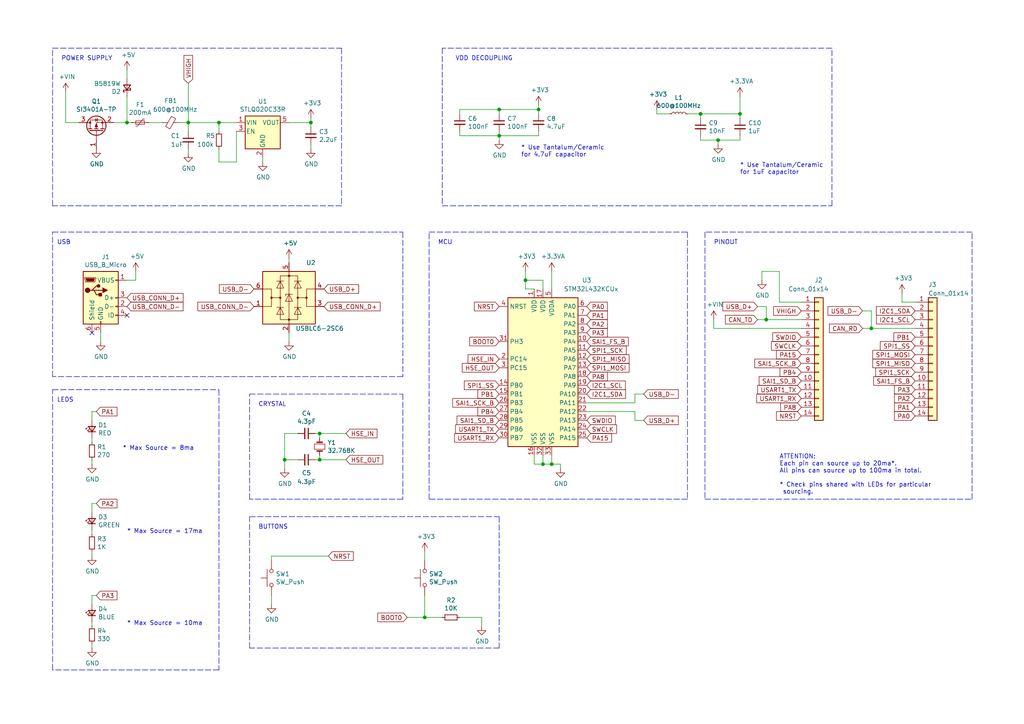
<source format=kicad_sch>
(kicad_sch (version 20211123) (generator eeschema)
  (paper "A4")
  (title_block (title "Seraph L4") (date "2021-02-04") (rev "1.0") (company "MATERIAM") (comment 1 "Breakout board for STM32L432KC"))
  (lib_symbols
    (symbol "Connector:USB_B_Micro" (pin_names (offset 1.016))
      (property "Reference" "J" (at -5.08 11.43 0))
      (property "Value" "USB_B_Micro" (at -5.08 8.89 0))
      (symbol "USB_B_Micro_0_1"
        (rectangle (start -5.08 -7.62) (end 5.08 7.62) (stroke (width 0.254)) (fill (type background)))
        (circle (center -3.81 2.159) (radius 0.635) (stroke (width 0.254)) (fill (type outline)))
        (circle (center -0.635 3.429) (radius 0.381) (stroke (width 0.254)) (fill (type outline)))
        (rectangle (start -0.127 -7.62) (end 0.127 -6.858))
        (polyline (pts (xy -1.905 2.159) (xy 0.635 2.159)) (stroke (width 0.254)))
        (polyline (pts (xy -3.175 2.159) (xy -2.54 2.159) (xy -1.27 3.429) (xy -0.635 3.429)) (stroke (width 0.254)))
        (polyline (pts (xy -2.54 2.159) (xy -1.905 2.159) (xy -1.27 0.889) (xy 0 0.889)) (stroke (width 0.254)))
        (polyline (pts (xy 0.635 2.794) (xy 0.635 1.524) (xy 1.905 2.159) (xy 0.635 2.794)) (stroke (width 0.254)) (fill (type outline)))
        (polyline (pts (xy -4.318 5.588) (xy -1.778 5.588) (xy -2.032 4.826) (xy -4.064 4.826) (xy -4.318 5.588)) (fill (type outline)))
        (polyline (pts (xy -4.699 5.842) (xy -4.699 5.588) (xy -4.445 4.826) (xy -4.445 4.572) (xy -1.651 4.572) (xy -1.651 4.826) (xy -1.397 5.588) (xy -1.397 5.842) (xy -4.699 5.842)))
        (rectangle (start 0.254 1.27) (end -0.508 0.508) (stroke (width 0.254)) (fill (type outline)))
        (rectangle (start 5.08 -5.207) (end 4.318 -4.953))
        (rectangle (start 5.08 -2.667) (end 4.318 -2.413))
        (rectangle (start 5.08 -0.127) (end 4.318 0.127))
        (rectangle (start 5.08 4.953) (end 4.318 5.207))
      )
      (symbol "USB_B_Micro_1_1"
        (pin power_out line (at 7.62 5.08 180) (length 2.54) (name "VBUS") (number "1"))
        (pin bidirectional line (at 7.62 -2.54 180) (length 2.54) (name "D-") (number "2"))
        (pin bidirectional line (at 7.62 0 180) (length 2.54) (name "D+") (number "3"))
        (pin passive line (at 7.62 -5.08 180) (length 2.54) (name "ID") (number "4"))
        (pin power_out line (at 0 -10.16 90) (length 2.54) (name "GND") (number "5"))
        (pin passive line (at -2.54 -10.16 90) (length 2.54) (name "Shield") (number "6"))
      )
    )
    (symbol "Connector_Generic:Conn_01x14" (pin_names (offset 1.016) hide)
      (property "Reference" "J" (at 0 17.78 0))
      (property "Value" "Conn_01x14" (at 0 -20.32 0))
      (symbol "Conn_01x14_1_1"
        (rectangle (start -1.27 -17.653) (end 0 -17.907) (stroke (width 0.1524)))
        (rectangle (start -1.27 -15.113) (end 0 -15.367) (stroke (width 0.1524)))
        (rectangle (start -1.27 -12.573) (end 0 -12.827) (stroke (width 0.1524)))
        (rectangle (start -1.27 -10.033) (end 0 -10.287) (stroke (width 0.1524)))
        (rectangle (start -1.27 -7.493) (end 0 -7.747) (stroke (width 0.1524)))
        (rectangle (start -1.27 -4.953) (end 0 -5.207) (stroke (width 0.1524)))
        (rectangle (start -1.27 -2.413) (end 0 -2.667) (stroke (width 0.1524)))
        (rectangle (start -1.27 0.127) (end 0 -0.127) (stroke (width 0.1524)))
        (rectangle (start -1.27 2.667) (end 0 2.413) (stroke (width 0.1524)))
        (rectangle (start -1.27 5.207) (end 0 4.953) (stroke (width 0.1524)))
        (rectangle (start -1.27 7.747) (end 0 7.493) (stroke (width 0.1524)))
        (rectangle (start -1.27 10.287) (end 0 10.033) (stroke (width 0.1524)))
        (rectangle (start -1.27 12.827) (end 0 12.573) (stroke (width 0.1524)))
        (rectangle (start -1.27 15.367) (end 0 15.113) (stroke (width 0.1524)))
        (rectangle (start -1.27 16.51) (end 1.27 -19.05) (stroke (width 0.254)) (fill (type background)))
        (pin passive line (at -5.08 15.24 0) (length 3.81) (name "Pin_1") (number "1"))
        (pin passive line (at -5.08 -7.62 0) (length 3.81) (name "Pin_10") (number "10"))
        (pin passive line (at -5.08 -10.16 0) (length 3.81) (name "Pin_11") (number "11"))
        (pin passive line (at -5.08 -12.7 0) (length 3.81) (name "Pin_12") (number "12"))
        (pin passive line (at -5.08 -15.24 0) (length 3.81) (name "Pin_13") (number "13"))
        (pin passive line (at -5.08 -17.78 0) (length 3.81) (name "Pin_14") (number "14"))
        (pin passive line (at -5.08 12.7 0) (length 3.81) (name "Pin_2") (number "2"))
        (pin passive line (at -5.08 10.16 0) (length 3.81) (name "Pin_3") (number "3"))
        (pin passive line (at -5.08 7.62 0) (length 3.81) (name "Pin_4") (number "4"))
        (pin passive line (at -5.08 5.08 0) (length 3.81) (name "Pin_5") (number "5"))
        (pin passive line (at -5.08 2.54 0) (length 3.81) (name "Pin_6") (number "6"))
        (pin passive line (at -5.08 0 0) (length 3.81) (name "Pin_7") (number "7"))
        (pin passive line (at -5.08 -2.54 0) (length 3.81) (name "Pin_8") (number "8"))
        (pin passive line (at -5.08 -5.08 0) (length 3.81) (name "Pin_9") (number "9"))
      )
    )
    (symbol "Device:C_Small" (pin_numbers hide) (pin_names (offset 0.254) hide)
      (property "Reference" "C" (at 0.254 1.778 0))
      (property "Value" "C_Small" (at 0.254 -2.032 0))
      (symbol "C_Small_0_1"
        (polyline (pts (xy -1.524 -0.508) (xy 1.524 -0.508)) (stroke (width 0.3302)))
        (polyline (pts (xy -1.524 0.508) (xy 1.524 0.508)) (stroke (width 0.3048)))
      )
      (symbol "C_Small_1_1"
        (pin passive line (at 0 2.54 270) (length 2.032) (name "~") (number "1"))
        (pin passive line (at 0 -2.54 90) (length 2.032) (name "~") (number "2"))
      )
    )
    (symbol "Device:Crystal_Small" (pin_numbers hide) (pin_names (offset 1.016) hide)
      (property "Reference" "Y" (at 0 2.54 0))
      (property "Value" "Crystal_Small" (at 0 -2.54 0))
      (symbol "Crystal_Small_0_1"
        (rectangle (start -0.762 -1.524) (end 0.762 1.524))
        (polyline (pts (xy -1.27 -0.762) (xy -1.27 0.762)) (stroke (width 0.381)))
        (polyline (pts (xy 1.27 -0.762) (xy 1.27 0.762)) (stroke (width 0.381)))
      )
      (symbol "Crystal_Small_1_1"
        (pin passive line (at -2.54 0 0) (length 1.27) (name "1") (number "1"))
        (pin passive line (at 2.54 0 180) (length 1.27) (name "2") (number "2"))
      )
    )
    (symbol "Device:D_Schottky_Small" (pin_numbers hide) (pin_names (offset 0.254) hide)
      (property "Reference" "D" (at -1.27 2.032 0))
      (property "Value" "D_Schottky_Small" (at -7.112 -2.032 0))
      (symbol "D_Schottky_Small_0_1"
        (polyline (pts (xy -0.762 0) (xy 0.762 0)))
        (polyline (pts (xy 0.762 -1.016) (xy -0.762 0) (xy 0.762 1.016) (xy 0.762 -1.016)) (stroke (width 0.254)))
        (polyline (pts (xy -1.27 0.762) (xy -1.27 1.016) (xy -0.762 1.016) (xy -0.762 -1.016) (xy -0.254 -1.016) (xy -0.254 -0.762)) (stroke (width 0.254)))
      )
      (symbol "D_Schottky_Small_1_1"
        (pin passive line (at -2.54 0 0) (length 1.778) (name "K") (number "1"))
        (pin passive line (at 2.54 0 180) (length 1.778) (name "A") (number "2"))
      )
    )
    (symbol "Device:LED_Small" (pin_numbers hide) (pin_names (offset 0.254) hide)
      (property "Reference" "D" (at -1.27 3.175 0))
      (property "Value" "LED_Small" (at -4.445 -2.54 0))
      (symbol "LED_Small_0_1"
        (polyline (pts (xy -0.762 -1.016) (xy -0.762 1.016)) (stroke (width 0.254)))
        (polyline (pts (xy 1.016 0) (xy -0.762 0)))
        (polyline (pts (xy 0.762 -1.016) (xy -0.762 0) (xy 0.762 1.016) (xy 0.762 -1.016)) (stroke (width 0.254)))
        (polyline (pts (xy 0 0.762) (xy -0.508 1.27) (xy -0.254 1.27) (xy -0.508 1.27) (xy -0.508 1.016)))
        (polyline (pts (xy 0.508 1.27) (xy 0 1.778) (xy 0.254 1.778) (xy 0 1.778) (xy 0 1.524)))
      )
      (symbol "LED_Small_1_1"
        (pin passive line (at -2.54 0 0) (length 1.778) (name "K") (number "1"))
        (pin passive line (at 2.54 0 180) (length 1.778) (name "A") (number "2"))
      )
    )
    (symbol "Device:L_Small" (pin_numbers hide) (pin_names (offset 0.254) hide)
      (property "Reference" "L" (at 0.762 1.016 0))
      (property "Value" "L_Small" (at 0.762 -1.016 0))
      (symbol "L_Small_0_1"
        (arc (start 0 -2.032) (mid 0.508 -1.524) (end 0 -1.016))
        (arc (start 0 -1.016) (mid 0.508 -0.508) (end 0 0))
        (arc (start 0 0) (mid 0.508 0.508) (end 0 1.016))
        (arc (start 0 1.016) (mid 0.508 1.524) (end 0 2.032))
      )
      (symbol "L_Small_1_1"
        (pin passive line (at 0 2.54 270) (length 0.508) (name "~") (number "1"))
        (pin passive line (at 0 -2.54 90) (length 0.508) (name "~") (number "2"))
      )
    )
    (symbol "Device:Polyfuse_Small" (pin_numbers hide) (pin_names (offset 0))
      (property "Reference" "F" (at -1.905 0 90))
      (property "Value" "Polyfuse_Small" (at 1.905 0 90))
      (symbol "Polyfuse_Small_0_1"
        (rectangle (start -0.508 1.27) (end 0.508 -1.27))
        (polyline (pts (xy 0 2.54) (xy 0 -2.54)))
        (polyline (pts (xy -1.016 1.27) (xy -1.016 0.762) (xy 1.016 -0.762) (xy 1.016 -1.27)))
      )
      (symbol "Polyfuse_Small_1_1"
        (pin passive line (at 0 2.54 270) (length 0.635) (name "~") (number "1"))
        (pin passive line (at 0 -2.54 90) (length 0.635) (name "~") (number "2"))
      )
    )
    (symbol "Device:R_Small" (pin_numbers hide) (pin_names (offset 0.254) hide)
      (property "Reference" "R" (at 0.762 0.508 0))
      (property "Value" "R_Small" (at 0.762 -1.016 0))
      (symbol "R_Small_0_1"
        (rectangle (start -0.762 1.778) (end 0.762 -1.778) (stroke (width 0.2032)))
      )
      (symbol "R_Small_1_1"
        (pin passive line (at 0 2.54 270) (length 0.762) (name "~") (number "1"))
        (pin passive line (at 0 -2.54 90) (length 0.762) (name "~") (number "2"))
      )
    )
    (symbol "MCU_ST_STM32L4:STM32L432KCUx"
      (property "Reference" "U" (at -10.16 21.59 0))
      (property "Value" "STM32L432KCUx" (at 5.08 21.59 0))
      (symbol "STM32L432KCUx_0_1"
        (rectangle (start -10.16 -22.86) (end 10.16 20.32) (stroke (width 0.254)) (fill (type background)))
      )
      (symbol "STM32L432KCUx_1_1"
        (pin power_in line (at -2.54 22.86 270) (length 2.54) (name "VDD") (number "1"))
        (pin bidirectional line (at 12.7 7.62 180) (length 2.54) (name "PA4") (number "10"))
        (pin bidirectional line (at 12.7 5.08 180) (length 2.54) (name "PA5") (number "11"))
        (pin bidirectional line (at 12.7 2.54 180) (length 2.54) (name "PA6") (number "12"))
        (pin bidirectional line (at 12.7 0 180) (length 2.54) (name "PA7") (number "13"))
        (pin bidirectional line (at -12.7 -5.08 0) (length 2.54) (name "PB0") (number "14"))
        (pin bidirectional line (at -12.7 -7.62 0) (length 2.54) (name "PB1") (number "15"))
        (pin power_in line (at -2.54 -25.4 90) (length 2.54) (name "VSS") (number "16"))
        (pin power_in line (at 0 22.86 270) (length 2.54) (name "VDD") (number "17"))
        (pin bidirectional line (at 12.7 -2.54 180) (length 2.54) (name "PA8") (number "18"))
        (pin bidirectional line (at 12.7 -5.08 180) (length 2.54) (name "PA9") (number "19"))
        (pin bidirectional line (at -12.7 2.54 0) (length 2.54) (name "PC14") (number "2"))
        (pin bidirectional line (at 12.7 -7.62 180) (length 2.54) (name "PA10") (number "20"))
        (pin bidirectional line (at 12.7 -10.16 180) (length 2.54) (name "PA11") (number "21"))
        (pin bidirectional line (at 12.7 -12.7 180) (length 2.54) (name "PA12") (number "22"))
        (pin bidirectional line (at 12.7 -15.24 180) (length 2.54) (name "PA13") (number "23"))
        (pin bidirectional line (at 12.7 -17.78 180) (length 2.54) (name "PA14") (number "24"))
        (pin bidirectional line (at 12.7 -20.32 180) (length 2.54) (name "PA15") (number "25"))
        (pin bidirectional line (at -12.7 -10.16 0) (length 2.54) (name "PB3") (number "26"))
        (pin bidirectional line (at -12.7 -12.7 0) (length 2.54) (name "PB4") (number "27"))
        (pin bidirectional line (at -12.7 -15.24 0) (length 2.54) (name "PB5") (number "28"))
        (pin bidirectional line (at -12.7 -17.78 0) (length 2.54) (name "PB6") (number "29"))
        (pin bidirectional line (at -12.7 0 0) (length 2.54) (name "PC15") (number "3"))
        (pin bidirectional line (at -12.7 -20.32 0) (length 2.54) (name "PB7") (number "30"))
        (pin bidirectional line (at -12.7 7.62 0) (length 2.54) (name "PH3") (number "31"))
        (pin power_in line (at 0 -25.4 90) (length 2.54) (name "VSS") (number "32"))
        (pin power_in line (at 2.54 -25.4 90) (length 2.54) (name "VSS") (number "33"))
        (pin input line (at -12.7 17.78 0) (length 2.54) (name "NRST") (number "4"))
        (pin power_in line (at 2.54 22.86 270) (length 2.54) (name "VDDA") (number "5"))
        (pin bidirectional line (at 12.7 17.78 180) (length 2.54) (name "PA0") (number "6"))
        (pin bidirectional line (at 12.7 15.24 180) (length 2.54) (name "PA1") (number "7"))
        (pin bidirectional line (at 12.7 12.7 180) (length 2.54) (name "PA2") (number "8"))
        (pin bidirectional line (at 12.7 10.16 180) (length 2.54) (name "PA3") (number "9"))
      )
    )
    (symbol "Power_Protection:USBLC6-2SC6" (pin_names hide)
      (property "Reference" "U" (at 2.54 8.89 0))
      (property "Value" "USBLC6-2SC6" (at 2.54 -8.89 0))
      (symbol "USBLC6-2SC6_0_1"
        (rectangle (start -7.62 -7.62) (end 7.62 7.62) (stroke (width 0.254)) (fill (type background)))
        (circle (center -5.08 0) (radius 0.254) (fill (type outline)))
        (circle (center -2.54 0) (radius 0.254) (fill (type outline)))
        (rectangle (start -2.54 6.35) (end 2.54 -6.35))
        (circle (center 0 -6.35) (radius 0.254) (fill (type outline)))
        (polyline (pts (xy -5.08 -2.54) (xy -7.62 -2.54)))
        (polyline (pts (xy -5.08 0) (xy -5.08 -2.54)))
        (polyline (pts (xy -5.08 2.54) (xy -7.62 2.54)))
        (polyline (pts (xy -1.524 -2.794) (xy -3.556 -2.794)))
        (polyline (pts (xy -1.524 4.826) (xy -3.556 4.826)))
        (polyline (pts (xy 0 -7.62) (xy 0 -6.35)))
        (polyline (pts (xy 0 -6.35) (xy 0 1.27)))
        (polyline (pts (xy 0 1.27) (xy 0 6.35)))
        (polyline (pts (xy 0 6.35) (xy 0 7.62)))
        (polyline (pts (xy 1.524 -2.794) (xy 3.556 -2.794)))
        (polyline (pts (xy 1.524 4.826) (xy 3.556 4.826)))
        (polyline (pts (xy 5.08 -2.54) (xy 7.62 -2.54)))
        (polyline (pts (xy 5.08 0) (xy 5.08 -2.54)))
        (polyline (pts (xy 5.08 2.54) (xy 7.62 2.54)))
        (polyline (pts (xy -2.54 0) (xy -5.08 0) (xy -5.08 2.54)))
        (polyline (pts (xy 2.54 0) (xy 5.08 0) (xy 5.08 2.54)))
        (polyline (pts (xy -3.556 -4.826) (xy -1.524 -4.826) (xy -2.54 -2.794) (xy -3.556 -4.826)))
        (polyline (pts (xy -3.556 2.794) (xy -1.524 2.794) (xy -2.54 4.826) (xy -3.556 2.794)))
        (polyline (pts (xy -1.016 -1.016) (xy 1.016 -1.016) (xy 0 1.016) (xy -1.016 -1.016)))
        (polyline (pts (xy 1.016 1.016) (xy 0.762 1.016) (xy -1.016 1.016) (xy -1.016 0.508)))
        (polyline (pts (xy 3.556 -4.826) (xy 1.524 -4.826) (xy 2.54 -2.794) (xy 3.556 -4.826)))
        (polyline (pts (xy 3.556 2.794) (xy 1.524 2.794) (xy 2.54 4.826) (xy 3.556 2.794)))
        (circle (center 0 6.35) (radius 0.254) (fill (type outline)))
        (circle (center 2.54 0) (radius 0.254) (fill (type outline)))
        (circle (center 5.08 0) (radius 0.254) (fill (type outline)))
      )
      (symbol "USBLC6-2SC6_1_1"
        (pin passive line (at -10.16 -2.54 0) (length 2.54) (name "I/O1") (number "1"))
        (pin passive line (at 0 -10.16 90) (length 2.54) (name "GND") (number "2"))
        (pin passive line (at 10.16 -2.54 180) (length 2.54) (name "I/O2") (number "3"))
        (pin passive line (at 10.16 2.54 180) (length 2.54) (name "I/O2") (number "4"))
        (pin passive line (at 0 10.16 270) (length 2.54) (name "VBUS") (number "5"))
        (pin passive line (at -10.16 2.54 0) (length 2.54) (name "I/O1") (number "6"))
      )
    )
    (symbol "Switch:SW_Push" (pin_numbers hide) (pin_names (offset 1.016) hide)
      (property "Reference" "SW" (at 1.27 2.54 0))
      (property "Value" "SW_Push" (at 0 -1.524 0))
      (symbol "SW_Push_0_1"
        (circle (center -2.032 0) (radius 0.508))
        (polyline (pts (xy 0 1.27) (xy 0 3.048)))
        (polyline (pts (xy 2.54 1.27) (xy -2.54 1.27)))
        (circle (center 2.032 0) (radius 0.508))
        (pin passive line (at -5.08 0 0) (length 2.54) (name "1") (number "1"))
        (pin passive line (at 5.08 0 180) (length 2.54) (name "2") (number "2"))
      )
    )
    (symbol "power:+3.3V" (power) (pin_names (offset 0))
      (property "Value" "+3.3V" (at 0 3.556 0))
      (symbol "+3.3V_0_1"
        (polyline (pts (xy -0.762 1.27) (xy 0 2.54)))
        (polyline (pts (xy 0 0) (xy 0 2.54)))
        (polyline (pts (xy 0 2.54) (xy 0.762 1.27)))
      )
      (symbol "+3.3V_1_1"
        (pin power_in line (at 0 0 90) (length 0) hide (name "+3V3") (number "1"))
      )
    )
    (symbol "power:+3.3VA" (power) (pin_names (offset 0))
      (property "Value" "+3.3VA" (at 0 3.556 0))
      (symbol "+3.3VA_0_1"
        (polyline (pts (xy -0.762 1.27) (xy 0 2.54)))
        (polyline (pts (xy 0 0) (xy 0 2.54)))
        (polyline (pts (xy 0 2.54) (xy 0.762 1.27)))
      )
      (symbol "+3.3VA_1_1"
        (pin power_in line (at 0 0 90) (length 0) hide (name "+3.3VA") (number "1"))
      )
    )
    (symbol "power:+3V3" (power) (pin_names (offset 0))
      (property "Value" "+3V3" (at 0 3.556 0))
      (symbol "+3V3_0_1"
        (polyline (pts (xy -0.762 1.27) (xy 0 2.54)))
        (polyline (pts (xy 0 0) (xy 0 2.54)))
        (polyline (pts (xy 0 2.54) (xy 0.762 1.27)))
      )
      (symbol "+3V3_1_1"
        (pin power_in line (at 0 0 90) (length 0) hide (name "+3V3") (number "1"))
      )
    )
    (symbol "power:+5V" (power) (pin_names (offset 0))
      (property "Value" "+5V" (at 0 3.556 0))
      (symbol "+5V_0_1"
        (polyline (pts (xy -0.762 1.27) (xy 0 2.54)))
        (polyline (pts (xy 0 0) (xy 0 2.54)))
        (polyline (pts (xy 0 2.54) (xy 0.762 1.27)))
      )
      (symbol "+5V_1_1"
        (pin power_in line (at 0 0 90) (length 0) hide (name "+5V") (number "1"))
      )
    )
    (symbol "power:+VIN" (power) (pin_names (offset 0))
      (property "Value" "+VIN" (at 0 3.556 0))
      (symbol "+VIN_0_1"
        (polyline (pts (xy -0.762 1.27) (xy 0 2.54)))
        (polyline (pts (xy 0 0) (xy 0 2.54)))
        (polyline (pts (xy 0 2.54) (xy 0.762 1.27)))
      )
      (symbol "+VIN_1_1"
        (pin power_in line (at 0 0 90) (length 0) hide (name "+VIN") (number "1"))
      )
    )
    (symbol "power:GND" (power) (pin_names (offset 0))
      (property "Value" "GND" (at 0 -3.81 0))
      (symbol "GND_0_1"
        (polyline (pts (xy 0 0) (xy 0 -1.27) (xy 1.27 -1.27) (xy 0 -2.54) (xy -1.27 -1.27) (xy 0 -1.27)))
      )
      (symbol "GND_1_1"
        (pin power_in line (at 0 0 270) (length 0) hide (name "GND") (number "1"))
      )
    )
    (symbol "serafino-l432kc-rescue:Ferrite_Bead_Small-Device" (pin_numbers hide) (pin_names (offset 0))
      (property "Reference" "FB" (at 1.905 1.27 0))
      (property "Value" "Ferrite_Bead_Small-Device" (at 1.905 -1.27 0))
      (symbol "Ferrite_Bead_Small-Device_0_1"
        (polyline (pts (xy 0 -1.27) (xy 0 -0.7874)))
        (polyline (pts (xy 0 0.889) (xy 0 1.2954)))
        (polyline (pts (xy -1.8288 0.2794) (xy -1.1176 1.4986) (xy 1.8288 -0.2032) (xy 1.1176 -1.4224) (xy -1.8288 0.2794)))
      )
      (symbol "Ferrite_Bead_Small-Device_1_1"
        (pin passive line (at 0 2.54 270) (length 1.27) (name "~") (number "1"))
        (pin passive line (at 0 -2.54 90) (length 1.27) (name "~") (number "2"))
      )
    )
    (symbol "serafino-l432kc-rescue:SI3401A-TP" (pin_names hide)
      (property "Reference" "Q" (at 5.08 1.905 0))
      (property "Value" "serafino-l432kc-rescue_SI3401A-TP" (at 5.08 0 0))
      (symbol "SI3401A-TP_0_1"
        (polyline (pts (xy 0.254 0) (xy -2.54 0)))
        (polyline (pts (xy 0.254 1.905) (xy 0.254 -1.905)) (stroke (width 0.254)))
        (polyline (pts (xy 0.762 -1.27) (xy 0.762 -2.286)) (stroke (width 0.254)))
        (polyline (pts (xy 0.762 0.508) (xy 0.762 -0.508)) (stroke (width 0.254)))
        (polyline (pts (xy 0.762 2.286) (xy 0.762 1.27)) (stroke (width 0.254)))
        (polyline (pts (xy 2.54 2.54) (xy 2.54 1.778)))
        (polyline (pts (xy 2.54 -2.54) (xy 2.54 0) (xy 0.762 0)))
        (polyline (pts (xy 0.762 1.778) (xy 3.302 1.778) (xy 3.302 -1.778) (xy 0.762 -1.778)))
        (polyline (pts (xy 2.286 0) (xy 1.27 0.381) (xy 1.27 -0.381) (xy 2.286 0)) (fill (type outline)))
        (polyline (pts (xy 2.794 -0.508) (xy 2.921 -0.381) (xy 3.683 -0.381) (xy 3.81 -0.254)))
        (polyline (pts (xy 3.302 -0.381) (xy 2.921 0.254) (xy 3.683 0.254) (xy 3.302 -0.381)))
        (circle (center 1.651 0) (radius 2.794) (stroke (width 0.254)))
        (circle (center 2.54 -1.778) (radius 0.254) (fill (type outline)))
        (circle (center 2.54 1.778) (radius 0.254) (fill (type outline)))
      )
      (symbol "SI3401A-TP_1_1"
        (pin input line (at -5.08 0 0) (length 2.54) (name "G") (number "1"))
        (pin passive line (at 2.54 -5.08 90) (length 2.54) (name "S") (number "2"))
        (pin passive line (at 2.54 5.08 270) (length 2.54) (name "D") (number "3"))
      )
    )
    (symbol "serafino:STLQ020C33R" (pin_names (offset 0.254))
      (property "Reference" "U" (at -5.08 5.715 0))
      (property "Value" "STLQ020C33R" (at 0 5.715 0))
      (property "Footprint" "serafino l432kc:STMicroelectronics-ESDALC6V1W5-0" (at 0 8.255 0))
      (symbol "STLQ020C33R_0_1"
        (rectangle (start -5.08 4.445) (end 5.08 -5.08) (stroke (width 0.254)) (fill (type background)))
      )
      (symbol "STLQ020C33R_1_1"
        (pin power_in line (at -7.62 2.54 0) (length 2.54) (name "VIN") (number "1"))
        (pin power_in line (at 0 -7.62 90) (length 2.54) (name "GND") (number "2"))
        (pin input line (at -7.62 0 0) (length 2.54) (name "EN") (number "3"))
        (pin no_connect line (at 5.08 0 180) (length 2.54) hide (name "NC") (number "4"))
        (pin power_out line (at 7.62 2.54 180) (length 2.54) (name "VOUT") (number "5"))
      )
    )
  )
  (junction (at 208.28 40.64))
  (junction (at 123.19 179.07))
  (junction (at 252.73 95.25))
  (junction (at 92.71 133.35))
  (junction (at 82.55 133.35))
  (junction (at 144.78 39.37))
  (junction (at 222.25 92.71))
  (junction (at 157.48 134.62))
  (junction (at 214.63 33.02))
  (junction (at 152.4 81.28))
  (junction (at 160.02 134.62))
  (junction (at 92.71 125.73))
  (junction (at 144.78 31.75))
  (junction (at 90.17 35.56))
  (junction (at 203.2 33.02))
  (junction (at 54.61 35.56))
  (junction (at 156.21 31.75))
  (junction (at 36.83 35.56))
  (junction (at 63.5 35.56))
  (no_connect (at 26.67 96.52))
  (no_connect (at 36.83 91.44))
  (polyline (pts (xy 116.84 67.31) (xy 116.84 109.22)))
  (polyline (pts (xy 72.39 187.96) (xy 72.39 149.86)))
  (polyline (pts (xy 116.84 109.22) (xy 15.24 109.22)))
  (polyline (pts (xy 15.24 113.03) (xy 63.5 113.03)))
  (wire (pts (xy 207.01 92.71) (xy 207.01 95.25)))
  (wire (pts (xy 86.36 133.35) (xy 82.55 133.35)))
  (wire (pts (xy 133.35 33.02) (xy 133.35 31.75)))
  (wire (pts (xy 162.56 134.62) (xy 160.02 134.62)))
  (wire (pts (xy 184.15 119.38) (xy 170.18 119.38)))
  (wire (pts (xy 78.74 161.29) (xy 95.25 161.29)))
  (wire (pts (xy 78.74 172.72) (xy 78.74 175.26)))
  (wire (pts (xy 190.5 31.75) (xy 190.5 33.02)))
  (polyline (pts (xy 204.47 67.31) (xy 204.47 144.78)))
  (wire (pts (xy 219.71 88.9) (xy 222.25 88.9)))
  (wire (pts (xy 133.35 39.37) (xy 144.78 39.37)))
  (polyline (pts (xy 204.47 144.78) (xy 281.94 144.78)))
  (wire (pts (xy 123.19 179.07) (xy 128.27 179.07)))
  (polyline (pts (xy 72.39 149.86) (xy 144.78 149.86)))
  (polyline (pts (xy 15.24 109.22) (xy 15.24 67.31)))
  (wire (pts (xy 54.61 24.13) (xy 54.61 35.56)))
  (wire (pts (xy 203.2 33.02) (xy 214.63 33.02)))
  (wire (pts (xy 214.63 39.37) (xy 214.63 40.64)))
  (wire (pts (xy 203.2 34.29) (xy 203.2 33.02)))
  (wire (pts (xy 154.94 132.08) (xy 154.94 134.62)))
  (wire (pts (xy 92.71 125.73) (xy 100.33 125.73)))
  (wire (pts (xy 208.28 40.64) (xy 214.63 40.64)))
  (wire (pts (xy 156.21 30.48) (xy 156.21 31.75)))
  (polyline (pts (xy 72.39 144.78) (xy 72.39 114.3)))
  (wire (pts (xy 91.44 133.35) (xy 92.71 133.35)))
  (wire (pts (xy 39.37 81.28) (xy 39.37 78.74)))
  (polyline (pts (xy 116.84 114.3) (xy 116.84 144.78)))
  (wire (pts (xy 139.7 179.07) (xy 139.7 181.61)))
  (wire (pts (xy 90.17 34.29) (xy 90.17 35.56)))
  (wire (pts (xy 123.19 172.72) (xy 123.19 179.07)))
  (polyline (pts (xy 281.94 67.31) (xy 204.47 67.31)))
  (wire (pts (xy 26.67 160.02) (xy 26.67 161.29)))
  (wire (pts (xy 26.67 146.05) (xy 26.67 148.59)))
  (wire (pts (xy 76.2 45.72) (xy 76.2 46.99)))
  (wire (pts (xy 36.83 35.56) (xy 33.02 35.56)))
  (wire (pts (xy 68.58 38.1) (xy 68.58 46.99)))
  (wire (pts (xy 63.5 46.99) (xy 63.5 43.18)))
  (wire (pts (xy 261.62 87.63) (xy 265.43 87.63)))
  (wire (pts (xy 83.82 96.52) (xy 83.82 99.06)))
  (wire (pts (xy 133.35 31.75) (xy 144.78 31.75)))
  (wire (pts (xy 54.61 35.56) (xy 63.5 35.56)))
  (polyline (pts (xy 99.06 59.69) (xy 15.24 59.69)))
  (polyline (pts (xy 124.46 144.78) (xy 124.46 67.31)))
  (wire (pts (xy 144.78 31.75) (xy 156.21 31.75)))
  (polyline (pts (xy 199.39 67.31) (xy 199.39 144.78)))
  (wire (pts (xy 92.71 127) (xy 92.71 125.73)))
  (wire (pts (xy 203.2 40.64) (xy 208.28 40.64)))
  (wire (pts (xy 19.05 26.67) (xy 19.05 35.56)))
  (polyline (pts (xy 241.3 13.97) (xy 128.27 13.97)))
  (wire (pts (xy 154.94 134.62) (xy 157.48 134.62)))
  (wire (pts (xy 261.62 85.09) (xy 261.62 87.63)))
  (polyline (pts (xy 281.94 144.78) (xy 281.94 67.31)))
  (wire (pts (xy 63.5 35.56) (xy 68.58 35.56)))
  (polyline (pts (xy 63.5 194.31) (xy 15.24 194.31)))
  (wire (pts (xy 36.83 81.28) (xy 39.37 81.28)))
  (polyline (pts (xy 15.24 13.97) (xy 99.06 13.97)))
  (wire (pts (xy 199.39 33.02) (xy 203.2 33.02)))
  (wire (pts (xy 92.71 133.35) (xy 100.33 133.35)))
  (polyline (pts (xy 15.24 59.69) (xy 15.24 13.97)))
  (polyline (pts (xy 199.39 144.78) (xy 124.46 144.78)))
  (wire (pts (xy 82.55 125.73) (xy 82.55 133.35)))
  (wire (pts (xy 226.06 78.74) (xy 226.06 87.63)))
  (wire (pts (xy 152.4 81.28) (xy 152.4 78.74)))
  (polyline (pts (xy 99.06 13.97) (xy 99.06 59.69)))
  (wire (pts (xy 91.44 125.73) (xy 92.71 125.73)))
  (wire (pts (xy 156.21 38.1) (xy 156.21 39.37)))
  (wire (pts (xy 38.1 35.56) (xy 36.83 35.56)))
  (polyline (pts (xy 116.84 144.78) (xy 72.39 144.78)))
  (wire (pts (xy 160.02 134.62) (xy 160.02 132.08)))
  (wire (pts (xy 186.69 114.3) (xy 184.15 114.3)))
  (wire (pts (xy 222.25 88.9) (xy 222.25 92.71)))
  (wire (pts (xy 19.05 35.56) (xy 22.86 35.56)))
  (wire (pts (xy 194.31 33.02) (xy 190.5 33.02)))
  (wire (pts (xy 90.17 41.91) (xy 90.17 43.18)))
  (wire (pts (xy 226.06 87.63) (xy 232.41 87.63)))
  (wire (pts (xy 78.74 161.29) (xy 78.74 162.56)))
  (wire (pts (xy 26.67 180.34) (xy 26.67 181.61)))
  (wire (pts (xy 184.15 121.92) (xy 184.15 119.38)))
  (wire (pts (xy 162.56 135.89) (xy 162.56 134.62)))
  (polyline (pts (xy 63.5 113.03) (xy 63.5 194.31)))
  (wire (pts (xy 133.35 179.07) (xy 139.7 179.07)))
  (wire (pts (xy 157.48 134.62) (xy 160.02 134.62)))
  (wire (pts (xy 68.58 46.99) (xy 63.5 46.99)))
  (polyline (pts (xy 124.46 67.31) (xy 199.39 67.31)))
  (wire (pts (xy 160.02 78.74) (xy 160.02 83.82)))
  (wire (pts (xy 83.82 74.93) (xy 83.82 76.2)))
  (wire (pts (xy 207.01 95.25) (xy 232.41 95.25)))
  (wire (pts (xy 26.67 186.69) (xy 26.67 187.96)))
  (wire (pts (xy 220.98 78.74) (xy 226.06 78.74)))
  (wire (pts (xy 82.55 133.35) (xy 82.55 135.89)))
  (wire (pts (xy 157.48 132.08) (xy 157.48 134.62)))
  (wire (pts (xy 156.21 33.02) (xy 156.21 31.75)))
  (wire (pts (xy 219.71 92.71) (xy 222.25 92.71)))
  (wire (pts (xy 144.78 39.37) (xy 144.78 40.64)))
  (wire (pts (xy 144.78 39.37) (xy 156.21 39.37)))
  (wire (pts (xy 152.4 83.82) (xy 152.4 81.28)))
  (wire (pts (xy 54.61 43.18) (xy 54.61 44.45)))
  (polyline (pts (xy 15.24 194.31) (xy 15.24 113.03)))
  (wire (pts (xy 27.94 172.72) (xy 26.67 172.72)))
  (wire (pts (xy 26.67 127) (xy 26.67 128.27)))
  (wire (pts (xy 52.07 35.56) (xy 54.61 35.56)))
  (polyline (pts (xy 128.27 59.69) (xy 241.3 59.69)))
  (wire (pts (xy 157.48 83.82) (xy 157.48 81.28)))
  (wire (pts (xy 203.2 39.37) (xy 203.2 40.64)))
  (wire (pts (xy 123.19 160.02) (xy 123.19 162.56)))
  (wire (pts (xy 54.61 38.1) (xy 54.61 35.56)))
  (polyline (pts (xy 72.39 114.3) (xy 116.84 114.3)))
  (wire (pts (xy 186.69 121.92) (xy 184.15 121.92)))
  (wire (pts (xy 26.67 121.92) (xy 26.67 119.38)))
  (wire (pts (xy 36.83 20.32) (xy 36.83 22.86)))
  (wire (pts (xy 222.25 92.71) (xy 232.41 92.71)))
  (wire (pts (xy 83.82 35.56) (xy 90.17 35.56)))
  (wire (pts (xy 43.18 35.56) (xy 46.99 35.56)))
  (wire (pts (xy 26.67 133.35) (xy 26.67 134.62)))
  (wire (pts (xy 208.28 41.91) (xy 208.28 40.64)))
  (wire (pts (xy 29.21 99.06) (xy 29.21 96.52)))
  (wire (pts (xy 154.94 83.82) (xy 152.4 83.82)))
  (wire (pts (xy 250.19 90.17) (xy 252.73 90.17)))
  (wire (pts (xy 118.11 179.07) (xy 123.19 179.07)))
  (wire (pts (xy 27.94 146.05) (xy 26.67 146.05)))
  (wire (pts (xy 26.67 172.72) (xy 26.67 175.26)))
  (wire (pts (xy 184.15 114.3) (xy 184.15 116.84)))
  (wire (pts (xy 92.71 132.08) (xy 92.71 133.35)))
  (polyline (pts (xy 241.3 59.69) (xy 241.3 13.97)))
  (wire (pts (xy 252.73 90.17) (xy 252.73 95.25)))
  (wire (pts (xy 36.83 27.94) (xy 36.83 35.56)))
  (wire (pts (xy 252.73 95.25) (xy 265.43 95.25)))
  (polyline (pts (xy 144.78 149.86) (xy 144.78 187.96)))
  (polyline (pts (xy 128.27 13.97) (xy 128.27 59.69)))
  (wire (pts (xy 86.36 125.73) (xy 82.55 125.73)))
  (wire (pts (xy 144.78 33.02) (xy 144.78 31.75)))
  (wire (pts (xy 26.67 153.67) (xy 26.67 154.94)))
  (wire (pts (xy 157.48 81.28) (xy 152.4 81.28)))
  (wire (pts (xy 214.63 34.29) (xy 214.63 33.02)))
  (wire (pts (xy 220.98 81.28) (xy 220.98 78.74)))
  (polyline (pts (xy 144.78 187.96) (xy 72.39 187.96)))
  (wire (pts (xy 90.17 35.56) (xy 90.17 36.83)))
  (wire (pts (xy 26.67 119.38) (xy 27.94 119.38)))
  (wire (pts (xy 144.78 38.1) (xy 144.78 39.37)))
  (wire (pts (xy 133.35 38.1) (xy 133.35 39.37)))
  (wire (pts (xy 214.63 27.94) (xy 214.63 33.02)))
  (polyline (pts (xy 15.24 67.31) (xy 116.84 67.31)))
  (wire (pts (xy 63.5 38.1) (xy 63.5 35.56)))
  (wire (pts (xy 184.15 116.84) (xy 170.18 116.84)))
  (wire (pts (xy 250.19 95.25) (xy 252.73 95.25)))
  (text "VDD DECOUPLING" (at 132.08 17.78 0) (effects (font (size 1.27 1.27)) (justify left bottom)))
  (text "PINOUT" (at 207.01 71.12 0) (effects (font (size 1.27 1.27)) (justify left bottom)))
  (text "CRYSTAL" (at 74.93 118.11 0) (effects (font (size 1.27 1.27)) (justify left bottom)))
  (text "* Max Source = 8ma" (at 35.56 130.81 0) (effects (font (size 1.27 1.27)) (justify left bottom)))
  (text "USB" (at 16.51 71.12 0) (effects (font (size 1.27 1.27)) (justify left bottom)))
  (text "* Max Source = 17ma" (at 36.83 154.94 0) (effects (font (size 1.27 1.27)) (justify left bottom)))
  (text "LEDS" (at 16.51 116.84 0) (effects (font (size 1.27 1.27)) (justify left bottom)))
  (text "* Max Source = 10ma" (at 36.83 181.61 0) (effects (font (size 1.27 1.27)) (justify left bottom)))
  (text "BUTTONS" (at 74.93 153.67 0) (effects (font (size 1.27 1.27)) (justify left bottom)))
  (text "* Use Tantalum/Ceramic\nfor 4.7uF capacitor" (at 151.13 45.72 0) (effects (font (size 1.27 1.27)) (justify left bottom)))
  (text "POWER SUPPLY" (at 17.78 17.78 0) (effects (font (size 1.27 1.27)) (justify left bottom)))
  (text "ATTENTION:\nEach pin can source up to 20ma*. \nAll pins can source up to 100ma in total.\n\n* Check pins shared with LEDs for particular\n sourcing." (at 226.06 143.51 0) (effects (font (size 1.27 1.27)) (justify left bottom)))
  (text "* Use Tantalum/Ceramic\nfor 1uF capacitor" (at 214.63 50.8 0) (effects (font (size 1.27 1.27)) (justify left bottom)))
  (text "MCU" (at 127 71.12 0) (effects (font (size 1.27 1.27)) (justify left bottom)))
  (global_label "USB_CONN_D-" (shape input) (at 36.83 88.9 0) (property "Intersheet References" "${INTERSHEET_REFS}" (effects hide)))
  (global_label "PB1" (shape input) (at 144.78 114.3 180) (property "Intersheet References" "${INTERSHEET_REFS}" (effects hide)))
  (global_label "PA2" (shape input) (at 265.43 115.57 180) (property "Intersheet References" "${INTERSHEET_REFS}" (effects hide)))
  (global_label "USB_CONN_D-" (shape input) (at 73.66 88.9 180) (property "Intersheet References" "${INTERSHEET_REFS}" (effects hide)))
  (global_label "USB_CONN_D+" (shape input) (at 36.83 86.36 0) (property "Intersheet References" "${INTERSHEET_REFS}" (effects hide)))
  (global_label "I2C1_SDA" (shape input) (at 265.43 90.17 180) (property "Intersheet References" "${INTERSHEET_REFS}" (effects hide)))
  (global_label "PA3" (shape input) (at 27.94 172.72 0) (property "Intersheet References" "${INTERSHEET_REFS}" (effects hide)))
  (global_label "PB4" (shape input) (at 232.41 107.95 180) (property "Intersheet References" "${INTERSHEET_REFS}" (effects hide)))
  (global_label "PA2" (shape input) (at 27.94 146.05 0) (property "Intersheet References" "${INTERSHEET_REFS}" (effects hide)))
  (global_label "HSE_OUT" (shape input) (at 144.78 106.68 180) (property "Intersheet References" "${INTERSHEET_REFS}" (effects hide)))
  (global_label "SPI1_SCK" (shape input) (at 170.18 101.6 0) (property "Intersheet References" "${INTERSHEET_REFS}" (effects hide)))
  (global_label "VHIGH" (shape input) (at 54.61 24.13 90) (property "Intersheet References" "${INTERSHEET_REFS}" (effects hide)))
  (global_label "CAN_TD" (shape input) (at 219.71 92.71 180) (property "Intersheet References" "${INTERSHEET_REFS}" (effects hide)))
  (global_label "SWDIO" (shape input) (at 232.41 97.79 180) (property "Intersheet References" "${INTERSHEET_REFS}" (effects hide)))
  (global_label "I2C1_SCL" (shape input) (at 170.18 111.76 0) (property "Intersheet References" "${INTERSHEET_REFS}" (effects hide)))
  (global_label "PA2" (shape input) (at 170.18 93.98 0) (property "Intersheet References" "${INTERSHEET_REFS}" (effects hide)))
  (global_label "PA3" (shape input) (at 265.43 113.03 180) (property "Intersheet References" "${INTERSHEET_REFS}" (effects hide)))
  (global_label "SPI1_SCK" (shape input) (at 265.43 107.95 180) (property "Intersheet References" "${INTERSHEET_REFS}" (effects hide)))
  (global_label "USART1_TX" (shape input) (at 232.41 113.03 180) (property "Intersheet References" "${INTERSHEET_REFS}" (effects hide)))
  (global_label "USB_D+" (shape input) (at 219.71 88.9 180) (property "Intersheet References" "${INTERSHEET_REFS}" (effects hide)))
  (global_label "PA15" (shape input) (at 232.41 102.87 180) (property "Intersheet References" "${INTERSHEET_REFS}" (effects hide)))
  (global_label "SWCLK" (shape input) (at 170.18 124.46 0) (property "Intersheet References" "${INTERSHEET_REFS}" (effects hide)))
  (global_label "USB_D-" (shape input) (at 73.66 83.82 180) (property "Intersheet References" "${INTERSHEET_REFS}" (effects hide)))
  (global_label "CAN_RD" (shape input) (at 250.19 95.25 180) (property "Intersheet References" "${INTERSHEET_REFS}" (effects hide)))
  (global_label "USB_CONN_D+" (shape input) (at 93.98 88.9 0) (property "Intersheet References" "${INTERSHEET_REFS}" (effects hide)))
  (global_label "NRST" (shape input) (at 144.78 88.9 180) (property "Intersheet References" "${INTERSHEET_REFS}" (effects hide)))
  (global_label "SPI1_MISO" (shape input) (at 170.18 104.14 0) (property "Intersheet References" "${INTERSHEET_REFS}" (effects hide)))
  (global_label "SPI1_MOSI" (shape input) (at 170.18 106.68 0) (property "Intersheet References" "${INTERSHEET_REFS}" (effects hide)))
  (global_label "PA8" (shape input) (at 232.41 118.11 180) (property "Intersheet References" "${INTERSHEET_REFS}" (effects hide)))
  (global_label "SAI1_SCK_B" (shape input) (at 144.78 116.84 180) (property "Intersheet References" "${INTERSHEET_REFS}" (effects hide)))
  (global_label "BOOT0" (shape input) (at 118.11 179.07 180) (property "Intersheet References" "${INTERSHEET_REFS}" (effects hide)))
  (global_label "SPI1_MISO" (shape input) (at 265.43 105.41 180) (property "Intersheet References" "${INTERSHEET_REFS}" (effects hide)))
  (global_label "NRST" (shape input) (at 232.41 120.65 180) (property "Intersheet References" "${INTERSHEET_REFS}" (effects hide)))
  (global_label "NRST" (shape input) (at 95.25 161.29 0) (property "Intersheet References" "${INTERSHEET_REFS}" (effects hide)))
  (global_label "PA1" (shape input) (at 27.94 119.38 0) (property "Intersheet References" "${INTERSHEET_REFS}" (effects hide)))
  (global_label "PA1" (shape input) (at 170.18 91.44 0) (property "Intersheet References" "${INTERSHEET_REFS}" (effects hide)))
  (global_label "SAI1_SD_B" (shape input) (at 144.78 121.92 180) (property "Intersheet References" "${INTERSHEET_REFS}" (effects hide)))
  (global_label "SWCLK" (shape input) (at 232.41 100.33 180) (property "Intersheet References" "${INTERSHEET_REFS}" (effects hide)))
  (global_label "VHIGH" (shape input) (at 232.41 90.17 180) (property "Intersheet References" "${INTERSHEET_REFS}" (effects hide)))
  (global_label "USB_D-" (shape input) (at 186.69 114.3 0) (property "Intersheet References" "${INTERSHEET_REFS}" (effects hide)))
  (global_label "PA0" (shape input) (at 265.43 120.65 180) (property "Intersheet References" "${INTERSHEET_REFS}" (effects hide)))
  (global_label "PA8" (shape input) (at 170.18 109.22 0) (property "Intersheet References" "${INTERSHEET_REFS}" (effects hide)))
  (global_label "SAI1_FS_B" (shape input) (at 265.43 110.49 180) (property "Intersheet References" "${INTERSHEET_REFS}" (effects hide)))
  (global_label "SAI1_FS_B" (shape input) (at 170.18 99.06 0) (property "Intersheet References" "${INTERSHEET_REFS}" (effects hide)))
  (global_label "BOOT0" (shape input) (at 144.78 99.06 180) (property "Intersheet References" "${INTERSHEET_REFS}" (effects hide)))
  (global_label "SPI1_SS" (shape input) (at 265.43 100.33 180) (property "Intersheet References" "${INTERSHEET_REFS}" (effects hide)))
  (global_label "USART1_TX" (shape input) (at 144.78 124.46 180) (property "Intersheet References" "${INTERSHEET_REFS}" (effects hide)))
  (global_label "HSE_OUT" (shape input) (at 100.33 133.35 0) (property "Intersheet References" "${INTERSHEET_REFS}" (effects hide)))
  (global_label "PA1" (shape input) (at 265.43 118.11 180) (property "Intersheet References" "${INTERSHEET_REFS}" (effects hide)))
  (global_label "USB_D+" (shape input) (at 93.98 83.82 0) (property "Intersheet References" "${INTERSHEET_REFS}" (effects hide)))
  (global_label "PB4" (shape input) (at 144.78 119.38 180) (property "Intersheet References" "${INTERSHEET_REFS}" (effects hide)))
  (global_label "USB_D+" (shape input) (at 186.69 121.92 0) (property "Intersheet References" "${INTERSHEET_REFS}" (effects hide)))
  (global_label "HSE_IN" (shape input) (at 100.33 125.73 0) (property "Intersheet References" "${INTERSHEET_REFS}" (effects hide)))
  (global_label "USB_D-" (shape input) (at 250.19 90.17 180) (property "Intersheet References" "${INTERSHEET_REFS}" (effects hide)))
  (global_label "SPI1_MOSI" (shape input) (at 265.43 102.87 180) (property "Intersheet References" "${INTERSHEET_REFS}" (effects hide)))
  (global_label "HSE_IN" (shape input) (at 144.78 104.14 180) (property "Intersheet References" "${INTERSHEET_REFS}" (effects hide)))
  (global_label "USART1_RX" (shape input) (at 144.78 127 180) (property "Intersheet References" "${INTERSHEET_REFS}" (effects hide)))
  (global_label "SPI1_SS" (shape input) (at 144.78 111.76 180) (property "Intersheet References" "${INTERSHEET_REFS}" (effects hide)))
  (global_label "I2C1_SCL" (shape input) (at 265.43 92.71 180) (property "Intersheet References" "${INTERSHEET_REFS}" (effects hide)))
  (global_label "USART1_RX" (shape input) (at 232.41 115.57 180) (property "Intersheet References" "${INTERSHEET_REFS}" (effects hide)))
  (global_label "SWDIO" (shape input) (at 170.18 121.92 0) (property "Intersheet References" "${INTERSHEET_REFS}" (effects hide)))
  (global_label "SAI1_SCK_B" (shape input) (at 232.41 105.41 180) (property "Intersheet References" "${INTERSHEET_REFS}" (effects hide)))
  (global_label "PA0" (shape input) (at 170.18 88.9 0) (property "Intersheet References" "${INTERSHEET_REFS}" (effects hide)))
  (global_label "I2C1_SDA" (shape input) (at 170.18 114.3 0) (property "Intersheet References" "${INTERSHEET_REFS}" (effects hide)))
  (global_label "PA15" (shape input) (at 170.18 127 0) (property "Intersheet References" "${INTERSHEET_REFS}" (effects hide)))
  (global_label "SAI1_SD_B" (shape input) (at 232.41 110.49 180) (property "Intersheet References" "${INTERSHEET_REFS}" (effects hide)))
  (global_label "PA3" (shape input) (at 170.18 96.52 0) (property "Intersheet References" "${INTERSHEET_REFS}" (effects hide)))
  (global_label "PB1" (shape input) (at 265.43 97.79 180) (property "Intersheet References" "${INTERSHEET_REFS}" (effects hide)))
  (symbol (lib_id "MCU_ST_STM32L4:STM32L432KCUx") (at 157.48 106.68 0) (unit 1)
    (property "Reference" "U3" (at 170.18 81.28 0))
    (property "Value" "STM32L432KCUx" (at 171.45 83.82 0))
    (property "Footprint" "Package_DFN_QFN:QFN-32-1EP_5x5mm_P0.5mm_EP3.45x3.45mm" (effects hide))
    (property "Datasheet" "http://www.st.com/st-web-ui/static/active/en/resource/technical/document/datasheet/DM00257205.pdf" (effects hide))
    (property "Part No." "STM32L432KCU6" (effects hide))
  )
  (symbol (lib_id "Device:C_Small") (at 144.78 35.56 0) (unit 1)
    (property "Reference" "C7" (at 147.1168 34.3916 0) (effects (justify left)))
    (property "Value" "100nF" (at 147.1168 36.703 0) (effects (justify left)))
    (property "Footprint" "Capacitor_SMD:C_0402_1005Metric" (effects hide))
    (property "Part No." "EMF105B7104MVHF " (effects hide))
  )
  (symbol (lib_id "Device:C_Small") (at 156.21 35.56 0) (unit 1)
    (property "Reference" "C8" (at 158.5468 34.3916 0) (effects (justify left)))
    (property "Value" "4.7uF" (at 158.5468 36.703 0) (effects (justify left)))
    (property "Footprint" "Capacitor_Tantalum_SMD:CP_EIA-1608-08_AVX-J" (effects hide))
    (property "Part No." "F980J475MMA" (effects hide))
  )
  (symbol (lib_id "Device:C_Small") (at 133.35 35.56 0) (unit 1)
    (property "Reference" "C6" (at 135.6868 34.3916 0) (effects (justify left)))
    (property "Value" "100nF" (at 135.6868 36.703 0) (effects (justify left)))
    (property "Footprint" "Capacitor_SMD:C_0402_1005Metric" (effects hide))
    (property "Part No." "EMF105B7104MVHF " (effects hide))
  )
  (symbol (lib_id "power:GND") (at 144.78 40.64 0) (unit 1)
    (property "Reference" "#PWR019" (effects hide))
    (property "Value" "GND" (at 144.907 45.0342 0))
  )
  (symbol (lib_id "power:+3V3") (at 156.21 30.48 0) (unit 1)
    (property "Reference" "#PWR020" (effects hide))
    (property "Value" "+3V3" (at 156.591 26.0858 0))
  )
  (symbol (lib_id "Device:R_Small") (at 130.81 179.07 270) (unit 1)
    (property "Reference" "R2" (at 130.81 174.0916 90))
    (property "Value" "10K" (at 130.81 176.403 90))
    (property "Footprint" "Resistor_SMD:R_0603_1608Metric" (effects hide))
    (property "Part No." "RC0603FR-0710KL" (effects hide))
  )
  (symbol (lib_id "power:GND") (at 162.56 135.89 0) (unit 1)
    (property "Reference" "#PWR023" (effects hide))
    (property "Value" "GND" (at 162.687 140.2842 0))
  )
  (symbol (lib_id "power:+3.3V") (at 152.4 78.74 0) (unit 1)
    (property "Reference" "#PWR021" (effects hide))
    (property "Value" "+3.3V" (at 152.781 74.3458 0))
  )
  (symbol (lib_id "Device:Crystal_Small") (at 92.71 129.54 270) (unit 1)
    (property "Reference" "Y1" (at 94.9452 128.3716 90) (effects (justify left)))
    (property "Value" "32.768K" (at 94.9452 130.683 90) (effects (justify left)))
    (property "Footprint" "serafino l432kc:NX3215SA" (effects hide))
    (property "Part No." "NX3215SA-32.768KHZ-EXS00A-MU00525" (effects hide))
  )
  (symbol (lib_id "power:+3.3VA") (at 160.02 78.74 0) (unit 1)
    (property "Reference" "#PWR022" (effects hide))
    (property "Value" "+3.3VA" (at 160.401 74.3458 0))
  )
  (symbol (lib_id "Device:C_Small") (at 88.9 125.73 270) (unit 1)
    (property "Reference" "C4" (at 88.9 119.9134 90))
    (property "Value" "4.3pF" (at 88.9 122.2248 90))
    (property "Footprint" "Capacitor_SMD:C_0603_1608Metric" (effects hide))
    (property "Part No." "VJ0603D4R3BXPAJ" (effects hide))
  )
  (symbol (lib_id "Device:C_Small") (at 88.9 133.35 270) (unit 1)
    (property "Reference" "C5" (at 88.9 137.16 90))
    (property "Value" "4.3pF" (at 88.9 139.7 90))
    (property "Footprint" "Capacitor_SMD:C_0603_1608Metric" (effects hide))
    (property "Part No." "VJ0603D4R3BXPAJ" (effects hide))
  )
  (symbol (lib_id "power:GND") (at 82.55 135.89 0) (unit 1)
    (property "Reference" "#PWR015" (effects hide))
    (property "Value" "GND" (at 82.677 140.2842 0))
  )
  (symbol (lib_id "Device:C_Small") (at 214.63 36.83 0) (unit 1)
    (property "Reference" "C10" (at 216.9668 35.6616 0) (effects (justify left)))
    (property "Value" "1uF" (at 216.9668 37.973 0) (effects (justify left)))
    (property "Footprint" "Capacitor_SMD:C_0603_1608Metric" (effects hide))
    (property "Part No." "0603DC105KAT2A " (effects hide))
  )
  (symbol (lib_id "Device:C_Small") (at 203.2 36.83 0) (unit 1)
    (property "Reference" "C9" (at 205.5368 35.6616 0) (effects (justify left)))
    (property "Value" "10nF" (at 205.5368 37.973 0) (effects (justify left)))
    (property "Footprint" "Capacitor_SMD:C_0603_1608Metric" (effects hide))
    (property "Part No." "C0603X103K5RAC3316 " (effects hide))
  )
  (symbol (lib_id "power:GND") (at 208.28 41.91 0) (unit 1)
    (property "Reference" "#PWR025" (effects hide))
    (property "Value" "GND" (at 208.407 46.3042 0))
  )
  (symbol (lib_id "Device:LED_Small") (at 26.67 124.46 90) (unit 1)
    (property "Reference" "D1" (at 28.448 123.2916 90) (effects (justify right)))
    (property "Value" "RED" (at 28.448 125.603 90) (effects (justify right)))
    (property "Footprint" "LED_SMD:LED_0603_1608Metric" (effects hide))
    (property "Part No." "155060RS75300" (effects hide))
  )
  (symbol (lib_id "power:+3V3") (at 190.5 31.75 0) (unit 1)
    (property "Reference" "#PWR024" (effects hide))
    (property "Value" "+3V3" (at 190.881 27.3558 0))
  )
  (symbol (lib_id "Device:R_Small") (at 26.67 130.81 0) (unit 1)
    (property "Reference" "R1" (at 28.1686 129.6416 0) (effects (justify left)))
    (property "Value" "270" (at 28.1686 131.953 0) (effects (justify left)))
    (property "Footprint" "Resistor_SMD:R_0603_1608Metric" (effects hide))
    (property "Part No." "RC0603FR-071KL" (effects hide))
  )
  (symbol (lib_id "power:GND") (at 26.67 134.62 0) (unit 1)
    (property "Reference" "#PWR03" (effects hide))
    (property "Value" "GND" (at 26.797 139.0142 0))
  )
  (symbol (lib_id "Switch:SW_Push") (at 78.74 167.64 90) (unit 1)
    (property "Reference" "SW1" (at 79.9592 166.4716 90) (effects (justify right)))
    (property "Value" "SW_Push" (at 79.9592 168.783 90) (effects (justify right)))
    (property "Footprint" "Button_Switch_SMD:SW_Push_1P1T_NO_Vertical_Wuerth_434133025816" (effects hide))
    (property "Part No." "434133025816 " (effects hide))
  )
  (symbol (lib_id "power:GND") (at 78.74 175.26 0) (unit 1)
    (property "Reference" "#PWR09" (effects hide))
    (property "Value" "GND" (at 78.867 179.6542 0))
  )
  (symbol (lib_id "Device:L_Small") (at 196.85 33.02 90) (unit 1)
    (property "Reference" "L1" (at 196.85 28.321 90))
    (property "Value" "600@100MHz" (at 196.85 30.6324 90))
    (property "Footprint" "Inductor_SMD:L_0603_1608Metric" (effects hide))
    (property "Part No." "BLM18AG601SN1D " (effects hide))
  )
  (symbol (lib_id "Device:C_Small") (at 90.17 39.37 0) (unit 1)
    (property "Reference" "C3" (at 92.5068 38.2016 0) (effects (justify left)))
    (property "Value" "2.2uF" (at 92.5068 40.513 0) (effects (justify left)))
    (property "Footprint" "Capacitor_SMD:C_0603_1608Metric" (effects hide))
    (property "Part No." "C1608X7R1A225K080AE " (effects hide))
  )
  (symbol (lib_id "power:+3V3") (at 90.17 34.29 0) (unit 1)
    (property "Reference" "#PWR013" (effects hide))
    (property "Value" "+3V3" (at 90.551 29.8958 0))
  )
  (symbol (lib_id "power:GND") (at 90.17 43.18 0) (unit 1)
    (property "Reference" "#PWR014" (effects hide))
    (property "Value" "GND" (at 90.297 47.5742 0))
  )
  (symbol (lib_id "Device:C_Small") (at 54.61 40.64 0) (unit 1)
    (property "Reference" "C1" (at 49.53 39.37 0) (effects (justify left)))
    (property "Value" "1uF" (at 49.53 41.91 0) (effects (justify left)))
    (property "Footprint" "Capacitor_SMD:C_0603_1608Metric" (effects hide))
    (property "Part No." "0603DC105KAT2A " (effects hide))
  )
  (symbol (lib_id "Device:Polyfuse_Small") (at 40.64 35.56 270) (unit 1)
    (property "Reference" "F1" (at 40.64 30.353 90))
    (property "Value" "200mA" (at 40.64 32.6644 90))
    (property "Footprint" "Fuse:Fuse_0603_1608Metric" (effects hide))
    (property "Part No." "1206L025YR" (effects hide))
  )
  (symbol (lib_id "power:GND") (at 54.61 44.45 0) (unit 1)
    (property "Reference" "#PWR08" (effects hide))
    (property "Value" "GND" (at 54.737 48.8442 0))
  )
  (symbol (lib_id "power:GND") (at 27.94 43.18 0) (unit 1)
    (property "Reference" "#PWR04" (effects hide))
    (property "Value" "GND" (at 28.067 47.5742 0))
  )
  (symbol (lib_id "serafino-l432kc-rescue:Ferrite_Bead_Small-Device") (at 49.53 35.56 90) (unit 1)
    (property "Reference" "FB1" (at 49.53 29.21 90))
    (property "Value" "600@100MHz" (at 50.8 31.75 90))
    (property "Footprint" "Inductor_SMD:L_0805_2012Metric" (effects hide))
    (property "Part No." "HZ0805E601R-10 " (effects hide))
  )
  (symbol (lib_id "Device:R_Small") (at 26.67 157.48 0) (unit 1)
    (property "Reference" "R3" (at 28.1686 156.3116 0) (effects (justify left)))
    (property "Value" "1K" (at 28.1686 158.623 0) (effects (justify left)))
    (property "Footprint" "Resistor_SMD:R_0603_1608Metric" (effects hide))
    (property "Part No." "RC0603FR-071KL" (effects hide))
  )
  (symbol (lib_id "Device:LED_Small") (at 26.67 151.13 90) (unit 1)
    (property "Reference" "D3" (at 28.448 149.9616 90) (effects (justify right)))
    (property "Value" "GREEN" (at 28.448 152.273 90) (effects (justify right)))
    (property "Footprint" "LED_SMD:LED_0603_1608Metric" (effects hide))
    (property "Part No." "155060GS75300" (effects hide))
  )
  (symbol (lib_id "power:GND") (at 26.67 161.29 0) (unit 1)
    (property "Reference" "#PWR0106" (effects hide))
    (property "Value" "GND" (at 26.797 165.6842 0))
  )
  (symbol (lib_id "Device:R_Small") (at 26.67 184.15 0) (unit 1)
    (property "Reference" "R4" (at 28.1686 182.9816 0) (effects (justify left)))
    (property "Value" "330" (at 28.1686 185.293 0) (effects (justify left)))
    (property "Footprint" "Resistor_SMD:R_0603_1608Metric" (effects hide))
    (property "Part No." "RC0603FR-071KL" (effects hide))
  )
  (symbol (lib_id "power:GND") (at 26.67 187.96 0) (unit 1)
    (property "Reference" "#PWR0108" (effects hide))
    (property "Value" "GND" (at 26.797 192.3542 0))
  )
  (symbol (lib_id "Device:LED_Small") (at 26.67 177.8 90) (unit 1)
    (property "Reference" "D4" (at 28.448 176.6316 90) (effects (justify right)))
    (property "Value" "BLUE" (at 28.448 178.943 90) (effects (justify right)))
    (property "Footprint" "LED_SMD:LED_0603_1608Metric" (effects hide))
    (property "Part No." "155060BS75300" (effects hide))
  )
  (symbol (lib_id "power:+VIN") (at 207.01 92.71 0) (unit 1)
    (property "Reference" "#PWR0104" (effects hide))
    (property "Value" "+VIN" (at 207.391 88.3158 0))
  )
  (symbol (lib_id "power:+3.3VA") (at 214.63 27.94 0) (unit 1)
    (property "Reference" "#PWR0105" (effects hide))
    (property "Value" "+3.3VA" (at 215.011 23.5458 0))
  )
  (symbol (lib_id "power:GND") (at 29.21 99.06 0) (unit 1)
    (property "Reference" "#PWR02" (effects hide))
    (property "Value" "GND" (at 29.337 103.4542 0))
  )
  (symbol (lib_id "power:GND") (at 83.82 99.06 0) (unit 1)
    (property "Reference" "#PWR012" (effects hide))
    (property "Value" "GND" (at 83.947 103.4542 0))
  )
  (symbol (lib_id "Connector_Generic:Conn_01x14") (at 270.51 102.87 0) (unit 1)
    (property "Reference" "J3" (at 269.24 82.55 0) (effects (justify left)))
    (property "Value" "Conn_01x14" (at 269.24 85.09 0) (effects (justify left)))
    (property "Footprint" "Connector_PinHeader_2.54mm:PinHeader_1x14_P2.54mm_Vertical" (effects hide))
  )
  (symbol (lib_id "Connector_Generic:Conn_01x14") (at 237.49 102.87 0) (unit 1)
    (property "Reference" "J2" (at 236.22 81.28 0) (effects (justify left)))
    (property "Value" "Conn_01x14" (at 228.6 83.82 0) (effects (justify left)))
    (property "Footprint" "Connector_PinHeader_2.54mm:PinHeader_1x14_P2.54mm_Vertical" (effects hide))
  )
  (symbol (lib_id "power:+VIN") (at 19.05 26.67 0) (unit 1)
    (property "Reference" "#PWR0101" (effects hide))
    (property "Value" "+VIN" (at 19.431 22.2758 0))
  )
  (symbol (lib_id "Device:R_Small") (at 63.5 40.64 0) (unit 1)
    (property "Reference" "R5" (at 59.69 39.37 0) (effects (justify left)))
    (property "Value" "100k" (at 57.15 41.91 0) (effects (justify left)))
    (property "Footprint" "Resistor_SMD:R_0603_1608Metric" (effects hide))
    (property "Part No." "RC0603FR-07100KL" (effects hide))
  )
  (symbol (lib_id "Connector:USB_B_Micro") (at 29.21 86.36 0) (unit 1)
    (property "Reference" "J1" (at 30.6578 74.4982 0))
    (property "Value" "USB_B_Micro" (at 30.6578 76.8096 0))
    (property "Footprint" "Connector_USB:USB_Micro-B_Molex-105017-0001" (effects hide))
    (property "Part No." "105017-0001 " (effects hide))
  )
  (symbol (lib_id "Power_Protection:USBLC6-2SC6") (at 83.82 86.36 0) (unit 1)
    (property "Reference" "U2" (at 90.17 76.2 0))
    (property "Value" "USBLC6-2SC6" (at 92.71 95.25 0))
    (property "Footprint" "Package_TO_SOT_SMD:SOT-23-6" (effects hide))
    (property "Datasheet" "https://www.st.com/resource/en/datasheet/usblc6-2.pdf" (effects hide))
    (property "Part No." "USBLC6-2SC6" (effects hide))
  )
  (symbol (lib_id "power:GND") (at 220.98 81.28 0) (unit 1)
    (property "Reference" "#PWR0102" (effects hide))
    (property "Value" "GND" (at 221.107 85.6742 0))
  )
  (symbol (lib_id "power:+5V") (at 83.82 74.93 0) (unit 1)
    (property "Reference" "#PWR011" (effects hide))
    (property "Value" "+5V" (at 84.201 70.5358 0))
  )
  (symbol (lib_id "power:+3V3") (at 261.62 85.09 0) (unit 1)
    (property "Reference" "#PWR0103" (effects hide))
    (property "Value" "+3V3" (at 262.001 80.6958 0))
  )
  (symbol (lib_id "Device:D_Schottky_Small") (at 36.83 25.4 90) (unit 1)
    (property "Reference" "D2" (at 35.052 26.5684 90) (effects (justify left)))
    (property "Value" "B5819W" (at 35.052 24.257 90) (effects (justify left)))
    (property "Footprint" "Diode_SMD:D_SOD-123" (effects hide))
    (property "Part No." "B5819W-TP " (effects hide))
  )
  (symbol (lib_id "power:+5V") (at 36.83 20.32 0) (unit 1)
    (property "Reference" "#PWR06" (effects hide))
    (property "Value" "+5V" (at 37.211 15.9258 0))
  )
  (symbol (lib_id "power:+5V") (at 39.37 78.74 0) (unit 1)
    (property "Reference" "#PWR05" (effects hide))
    (property "Value" "+5V" (at 39.751 74.3458 0))
  )
  (symbol (lib_id "power:GND") (at 76.2 46.99 0) (unit 1)
    (property "Reference" "#PWR0109" (effects hide))
    (property "Value" "GND" (at 76.327 51.3842 0))
  )
  (symbol (lib_id "Switch:SW_Push") (at 123.19 167.64 90) (unit 1)
    (property "Reference" "SW2" (at 124.4092 166.4716 90) (effects (justify right)))
    (property "Value" "SW_Push" (at 124.4092 168.783 90) (effects (justify right)))
    (property "Footprint" "Button_Switch_SMD:SW_Push_1P1T_NO_Vertical_Wuerth_434133025816" (effects hide))
    (property "Part No." "434133025816 " (effects hide))
  )
  (symbol (lib_id "power:GND") (at 139.7 181.61 0) (unit 1)
    (property "Reference" "#PWR0110" (effects hide))
    (property "Value" "GND" (at 139.827 186.0042 0))
  )
  (symbol (lib_id "serafino-l432kc-rescue:SI3401A-TP") (at 27.94 38.1 90) (unit 1)
    (property "Reference" "Q1" (at 27.94 29.4132 90))
    (property "Value" "SI3401A-TP" (at 27.94 31.7246 90))
    (property "Footprint" "Package_TO_SOT_SMD:SOT-23" (effects hide))
    (property "Datasheet" "https://www.mouser.mx/datasheet/2/258/SI3401A(SOT-23)-V1-1626696.pdf" (effects hide))
    (property "Part No." "SI3401A-TP" (effects hide))
  )
  (symbol (lib_id "power:+3.3V") (at 123.19 160.02 0) (unit 1)
    (property "Reference" "#PWR0107" (effects hide))
    (property "Value" "+3.3V" (at 123.571 155.6258 0))
  )
  (symbol (lib_id "serafino:STLQ020C33R") (at 76.2 38.1 0) (unit 1)
    (property "Reference" "U1" (at 76.2 29.4132 0))
    (property "Value" "STLQ020C33R" (at 76.2 31.7246 0))
    (property "Footprint" "serafino l432kc:STMicroelectronics-ESDALC6V1W5-0" (effects hide))
    (property "Datasheet" "https://www.mouser.mx/datasheet/2/389/dm00380001-1799047.pdf" (effects hide))
  )
)
</source>
